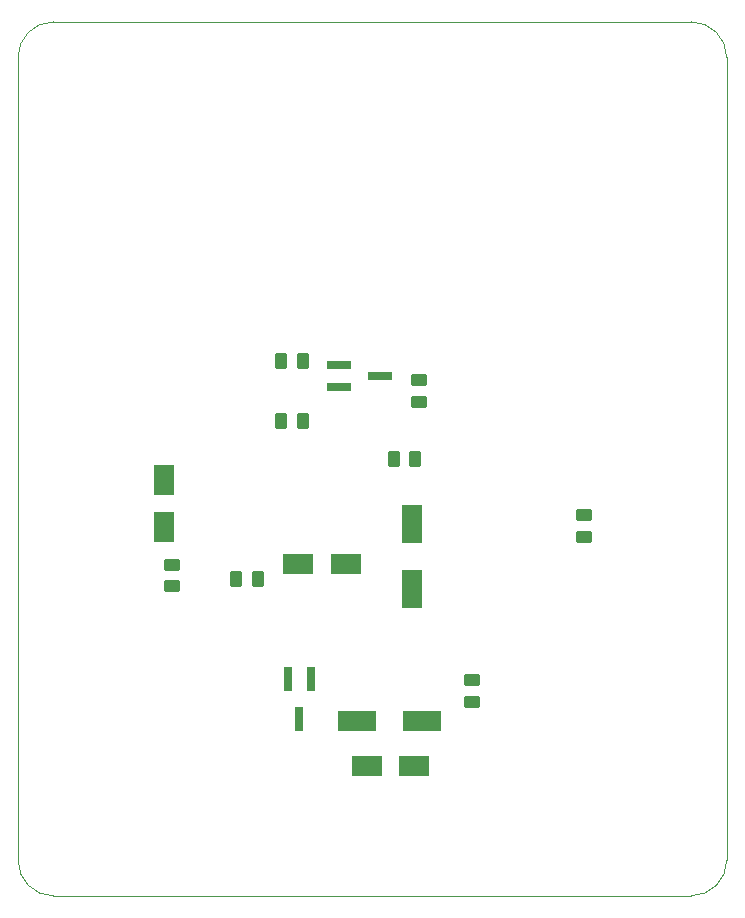
<source format=gbr>
%TF.GenerationSoftware,KiCad,Pcbnew,(6.0.7)*%
%TF.CreationDate,2022-08-26T02:08:04+02:00*%
%TF.ProjectId,airpcb_smd,61697270-6362-45f7-936d-642e6b696361,rev?*%
%TF.SameCoordinates,Original*%
%TF.FileFunction,Paste,Top*%
%TF.FilePolarity,Positive*%
%FSLAX46Y46*%
G04 Gerber Fmt 4.6, Leading zero omitted, Abs format (unit mm)*
G04 Created by KiCad (PCBNEW (6.0.7)) date 2022-08-26 02:08:04*
%MOMM*%
%LPD*%
G01*
G04 APERTURE LIST*
G04 Aperture macros list*
%AMRoundRect*
0 Rectangle with rounded corners*
0 $1 Rounding radius*
0 $2 $3 $4 $5 $6 $7 $8 $9 X,Y pos of 4 corners*
0 Add a 4 corners polygon primitive as box body*
4,1,4,$2,$3,$4,$5,$6,$7,$8,$9,$2,$3,0*
0 Add four circle primitives for the rounded corners*
1,1,$1+$1,$2,$3*
1,1,$1+$1,$4,$5*
1,1,$1+$1,$6,$7*
1,1,$1+$1,$8,$9*
0 Add four rect primitives between the rounded corners*
20,1,$1+$1,$2,$3,$4,$5,0*
20,1,$1+$1,$4,$5,$6,$7,0*
20,1,$1+$1,$6,$7,$8,$9,0*
20,1,$1+$1,$8,$9,$2,$3,0*%
G04 Aperture macros list end*
%TA.AperFunction,Profile*%
%ADD10C,0.050000*%
%TD*%
%ADD11R,0.650000X2.000000*%
%ADD12R,2.000000X0.650000*%
%ADD13R,1.800000X2.500000*%
%ADD14RoundRect,0.250000X-0.450000X0.262500X-0.450000X-0.262500X0.450000X-0.262500X0.450000X0.262500X0*%
%ADD15R,1.700000X3.300000*%
%ADD16R,3.300000X1.700000*%
%ADD17R,2.500000X1.800000*%
%ADD18RoundRect,0.250000X-0.262500X-0.450000X0.262500X-0.450000X0.262500X0.450000X-0.262500X0.450000X0*%
%ADD19RoundRect,0.250000X0.262500X0.450000X-0.262500X0.450000X-0.262500X-0.450000X0.262500X-0.450000X0*%
G04 APERTURE END LIST*
D10*
X103000000Y-50000000D02*
G75*
G03*
X100000000Y-53000000I0J-3000000D01*
G01*
X103000000Y-50000000D02*
X157000000Y-50000000D01*
X100000000Y-121000000D02*
G75*
G03*
X103000000Y-124000000I3000000J0D01*
G01*
X160000000Y-53000000D02*
G75*
G03*
X157000000Y-50000000I-3000000J0D01*
G01*
X160000000Y-53000000D02*
X160000000Y-121000000D01*
X103000000Y-124000000D02*
X157000000Y-124000000D01*
X100000000Y-53000000D02*
X100000000Y-121000000D01*
X157000000Y-124000000D02*
G75*
G03*
X160000000Y-121000000I0J3000000D01*
G01*
D11*
%TO.C,Q2*%
X124775000Y-105605000D03*
X122875000Y-105605000D03*
X123825000Y-109025000D03*
%TD*%
D12*
%TO.C,Q1*%
X127195000Y-79060000D03*
X127195000Y-80960000D03*
X130615000Y-80010000D03*
%TD*%
D13*
%TO.C,D5*%
X112395000Y-88805000D03*
X112395000Y-92805000D03*
%TD*%
D14*
%TO.C,R6*%
X138430000Y-105767500D03*
X138430000Y-107592500D03*
%TD*%
D15*
%TO.C,D1*%
X133350000Y-92500000D03*
X133350000Y-98000000D03*
%TD*%
D16*
%TO.C,D3*%
X134195000Y-109220000D03*
X128695000Y-109220000D03*
%TD*%
D17*
%TO.C,D2*%
X127730000Y-95885000D03*
X123730000Y-95885000D03*
%TD*%
D18*
%TO.C,R5*%
X122277500Y-83820000D03*
X124102500Y-83820000D03*
%TD*%
D17*
%TO.C,D4*%
X133540000Y-113030000D03*
X129540000Y-113030000D03*
%TD*%
D14*
%TO.C,R8*%
X113030000Y-95965000D03*
X113030000Y-97790000D03*
%TD*%
D19*
%TO.C,R3*%
X120292500Y-97155000D03*
X118467500Y-97155000D03*
%TD*%
%TO.C,R2*%
X133627500Y-86995000D03*
X131802500Y-86995000D03*
%TD*%
D14*
%TO.C,R4*%
X133985000Y-80367500D03*
X133985000Y-82192500D03*
%TD*%
%TO.C,R7*%
X147955000Y-91797500D03*
X147955000Y-93622500D03*
%TD*%
D19*
%TO.C,R1*%
X124102500Y-78740000D03*
X122277500Y-78740000D03*
%TD*%
M02*

</source>
